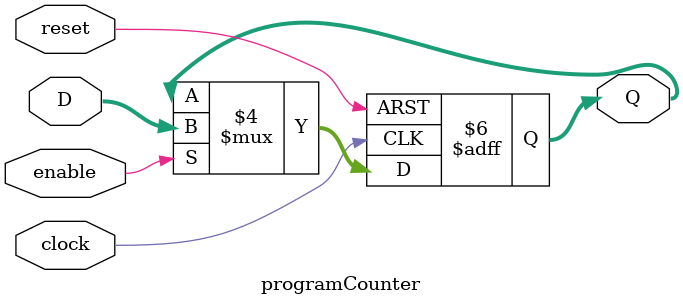
<source format=v>
module programCounter #(parameter LENGTH = 32)(
	input clock,reset,enable,
	input [LENGTH-1:0]D,
	output reg [LENGTH-1:0]Q
	);

initial 
	begin
		Q <= 'h400000;
	end
	
always @(posedge clock, posedge reset) 
	begin
		if(reset) 
            Q <= 'h400000;
        else
			if(enable)
				Q <= D;
				else
					Q <= Q;
	end

endmodule
</source>
